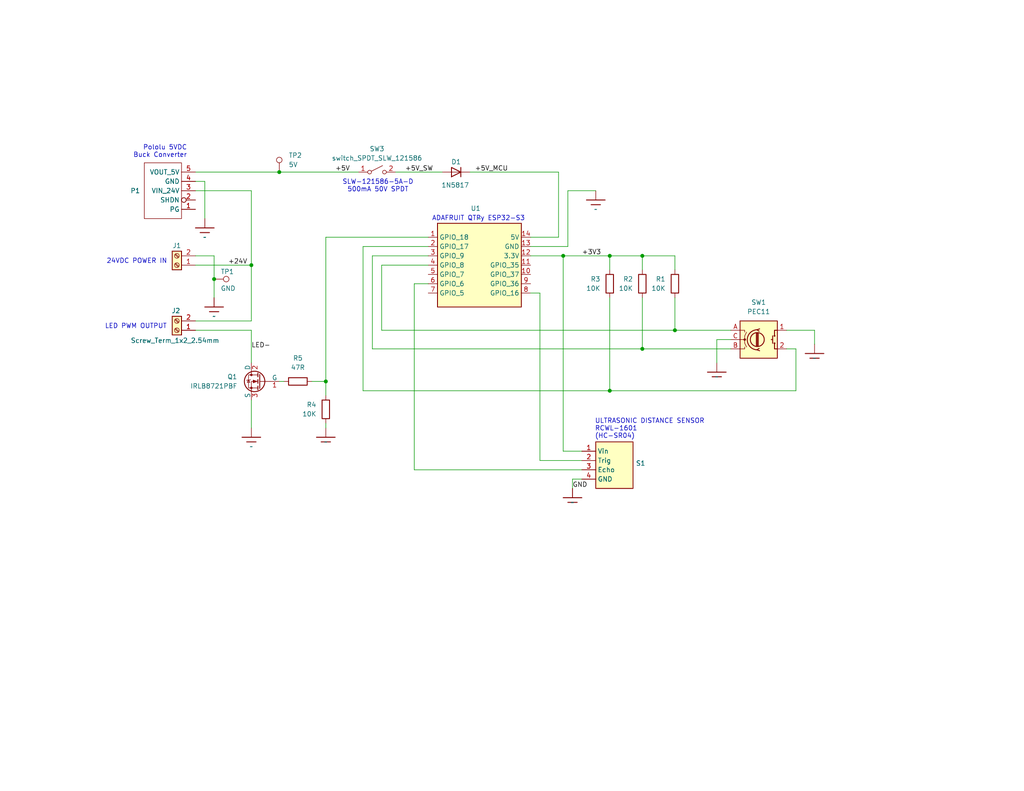
<source format=kicad_sch>
(kicad_sch (version 20231120) (generator "eeschema") (generator_version "8.0")
  (paper "A")
  (title_block (title "UNDERCABINET ULTRASONIC SENSOR") (date "2024-09-21"))
  (lib_symbols
    (symbol "Connector:TestPoint" (pin_numbers hide) (pin_names (offset 0.762) hide)
      (property "Reference" "TP" (at 0 6.858 0))
      (property "Value" "TestPoint" (at 0 5.08 0))
      (symbol "TestPoint_0_1"
        (circle (center 0 3.302) (radius 0.762))
      )
      (symbol "TestPoint_1_1"
        (pin passive line (at 0 0 90) (length 2.54) (name "1") (number "1"))
      )
    )
    (symbol "Device:D" (pin_numbers hide) (pin_names (offset 1.016) hide)
      (property "Reference" "D" (at 0 2.54 0))
      (property "Value" "D" (at 0 -2.54 0))
      (symbol "D_0_1"
        (polyline (pts (xy -1.27 1.27) (xy -1.27 -1.27)) (stroke (width 0.254)))
        (polyline (pts (xy 1.27 0) (xy -1.27 0)))
        (polyline (pts (xy 1.27 1.27) (xy 1.27 -1.27) (xy -1.27 0) (xy 1.27 1.27)) (stroke (width 0.254)))
      )
      (symbol "D_1_1"
        (pin passive line (at -3.81 0 0) (length 2.54) (name "K") (number "1"))
        (pin passive line (at 3.81 0 180) (length 2.54) (name "A") (number "2"))
      )
    )
    (symbol "Device:RotaryEncoder_Switch" (pin_names (offset 0.254) hide)
      (property "Reference" "SW1" (at 0 10.16 0))
      (property "Value" "RotaryEncoder_Switch" (at 0 7.62 0))
      (symbol "RotaryEncoder_Switch_0_1"
        (rectangle (start -5.08 5.08) (end 5.08 -5.08) (stroke (width 0.254)) (fill (type background)))
        (circle (center -3.81 0) (radius 0.254) (fill (type outline)))
        (circle (center -0.381 0) (radius 1.905) (stroke (width 0.254)))
        (arc (start -0.381 2.667) (mid -3.0988 -0.0635) (end -0.381 -2.794) (stroke (width 0.254)))
        (polyline (pts (xy -0.635 -1.778) (xy -0.635 1.778)) (stroke (width 0.254)))
        (polyline (pts (xy -0.381 -1.778) (xy -0.381 1.778)) (stroke (width 0.254)))
        (polyline (pts (xy -0.127 1.778) (xy -0.127 -1.778)) (stroke (width 0.254)))
        (polyline (pts (xy 3.81 0) (xy 3.429 0)) (stroke (width 0.254)))
        (polyline (pts (xy 3.81 1.016) (xy 3.81 -1.016)) (stroke (width 0.254)))
        (polyline (pts (xy -5.08 -2.54) (xy -3.81 -2.54) (xy -3.81 -2.032)))
        (polyline (pts (xy -5.08 2.54) (xy -3.81 2.54) (xy -3.81 2.032)))
        (polyline (pts (xy 0.254 -3.048) (xy -0.508 -2.794) (xy 0.127 -2.413)) (stroke (width 0.254)))
        (polyline (pts (xy 0.254 2.921) (xy -0.508 2.667) (xy 0.127 2.286)) (stroke (width 0.254)))
        (polyline (pts (xy 5.08 -2.54) (xy 4.318 -2.54) (xy 4.318 -1.016)) (stroke (width 0.254)))
        (polyline (pts (xy 5.08 2.54) (xy 4.318 2.54) (xy 4.318 1.016)) (stroke (width 0.254)))
        (polyline (pts (xy -5.08 0) (xy -3.81 0) (xy -3.81 -1.016) (xy -3.302 -2.032)))
        (polyline (pts (xy -4.318 0) (xy -3.81 0) (xy -3.81 1.016) (xy -3.302 2.032)))
        (circle (center 4.318 -1.016) (radius 0.127) (stroke (width 0.254)))
        (circle (center 4.318 1.016) (radius 0.127) (stroke (width 0.254)))
      )
      (symbol "RotaryEncoder_Switch_1_1"
        (pin passive line (at 7.62 2.54 180) (length 2.54) (name "S1") (number "1"))
        (pin passive line (at 7.62 -2.54 180) (length 2.54) (name "S2") (number "2"))
        (pin passive line (at -7.62 2.54 0) (length 2.54) (name "A") (number "A"))
        (pin passive line (at -7.62 -2.54 0) (length 2.54) (name "B") (number "B"))
        (pin passive line (at -7.62 0 0) (length 2.54) (name "C") (number "C"))
      )
    )
    (symbol "GND_1" (power)
      (property "Value" "~" (at 0 -1.27 0))
      (symbol "GND_1_1_0"
        (polyline (pts (xy -2.54 0) (xy 2.54 0)) (stroke (width 0.254)))
        (pin power_in line (at 0 2.54 270) (length 2.54) (name "GND") (number "1"))
      )
      (symbol "GND_1_1_1"
        (polyline (pts (xy -1.27 -1.27) (xy 1.27 -1.27)) (stroke (width 0.254)))
      )
    )
    (symbol "GND_2" (power)
      (property "Value" "~" (at 0 -1.27 0))
      (symbol "GND_2_1_0"
        (polyline (pts (xy -2.54 0) (xy 2.54 0)) (stroke (width 0.254)))
        (pin power_in line (at 0 2.54 270) (length 2.54) (name "GND") (number "1"))
      )
      (symbol "GND_2_1_1"
        (polyline (pts (xy -1.27 -1.27) (xy 1.27 -1.27)) (stroke (width 0.254)))
      )
    )
    (symbol "GND_3" (power)
      (property "Value" "~" (at 0 -1.27 0))
      (symbol "GND_3_1_0"
        (polyline (pts (xy -2.54 0) (xy 2.54 0)) (stroke (width 0.254)))
        (pin power_in line (at 0 2.54 270) (length 2.54) (name "GND") (number "1"))
      )
      (symbol "GND_3_1_1"
        (polyline (pts (xy -1.27 -1.27) (xy 1.27 -1.27)) (stroke (width 0.254)))
      )
    )
    (symbol "user:Adafruit_QTPy_Esp32S3"
      (property "Reference" "U" (at 0 12.7 0))
      (symbol "Adafruit_QTPy_Esp32S3_0_1"
        (rectangle (start -11.43 11.43) (end 11.43 -11.43) (stroke (width 0.254)) (fill (type background)))
      )
      (symbol "Adafruit_QTPy_Esp32S3_1_1"
        (pin bidirectional line (at -13.97 7.62 0) (length 2.54) (name "GPIO_18") (number "1"))
        (pin bidirectional line (at 13.97 -2.54 180) (length 2.54) (name "GPIO_37") (number "10"))
        (pin bidirectional line (at 13.97 0 180) (length 2.54) (name "GPIO_35") (number "11"))
        (pin power_in line (at 13.97 2.54 180) (length 2.54) (name "3.3V") (number "12"))
        (pin power_in line (at 13.97 5.08 180) (length 2.54) (name "GND") (number "13"))
        (pin power_in line (at 13.97 7.62 180) (length 2.54) (name "5V") (number "14"))
        (pin bidirectional line (at -13.97 5.08 0) (length 2.54) (name "GPIO_17") (number "2"))
        (pin bidirectional line (at -13.97 2.54 0) (length 2.54) (name "GPIO_9") (number "3"))
        (pin bidirectional line (at -13.97 0 0) (length 2.54) (name "GPIO_8") (number "4"))
        (pin bidirectional line (at -13.97 -2.54 0) (length 2.54) (name "GPIO_7") (number "5"))
        (pin bidirectional line (at -13.97 -5.08 0) (length 2.54) (name "GPIO_6") (number "6"))
        (pin bidirectional line (at -13.97 -7.62 0) (length 2.54) (name "GPIO_5") (number "7"))
        (pin bidirectional line (at 13.97 -7.62 180) (length 2.54) (name "GPIO_16") (number "8"))
        (pin bidirectional line (at 13.97 -5.08 180) (length 2.54) (name "GPIO_36") (number "9"))
      )
    )
    (symbol "user:GND" (power)
      (property "Value" "~" (at 0 -1.27 0))
      (symbol "GND_1_0"
        (polyline (pts (xy -2.54 0) (xy 2.54 0)) (stroke (width 0.254)))
        (pin power_in line (at 0 2.54 270) (length 2.54) (name "GND") (number "1"))
      )
      (symbol "GND_1_1"
        (polyline (pts (xy -1.27 -1.27) (xy 1.27 -1.27)) (stroke (width 0.254)))
      )
    )
    (symbol "user:IRLB8721PBF" (pin_names (offset 0))
      (property "Reference" "Q1" (at 6.35 1.2701 0))
      (property "Value" "IRLB8721PBF" (at 6.35 -1.2699 0))
      (symbol "IRLB8721PBF_0_1"
        (polyline (pts (xy 0.254 0) (xy -2.54 0)))
        (polyline (pts (xy 0.254 1.905) (xy 0.254 -1.905)) (stroke (width 0.254)))
        (polyline (pts (xy 0.762 -1.27) (xy 0.762 -2.286)) (stroke (width 0.254)))
        (polyline (pts (xy 0.762 0.508) (xy 0.762 -0.508)) (stroke (width 0.254)))
        (polyline (pts (xy 0.762 2.286) (xy 0.762 1.27)) (stroke (width 0.254)))
        (polyline (pts (xy 2.54 2.54) (xy 2.54 1.778)))
        (polyline (pts (xy 2.54 -2.54) (xy 2.54 0) (xy 0.762 0)))
        (polyline (pts (xy 0.762 -1.778) (xy 3.302 -1.778) (xy 3.302 1.778) (xy 0.762 1.778)))
        (polyline (pts (xy 1.016 0) (xy 2.032 0.381) (xy 2.032 -0.381) (xy 1.016 0)) (fill (type outline)))
        (polyline (pts (xy 2.794 0.508) (xy 2.921 0.381) (xy 3.683 0.381) (xy 3.81 0.254)))
        (polyline (pts (xy 3.302 0.381) (xy 2.921 -0.254) (xy 3.683 -0.254) (xy 3.302 0.381)))
        (circle (center 1.651 0) (radius 2.794) (stroke (width 0.254)))
        (circle (center 2.54 -1.778) (radius 0.254) (fill (type outline)))
        (circle (center 2.54 1.778) (radius 0.254) (fill (type outline)))
      )
      (symbol "IRLB8721PBF_1_1"
        (pin input line (at -5.08 0 0) (length 2.54) (name "G") (number "1"))
        (pin passive line (at 2.54 5.08 270) (length 2.54) (name "D") (number "2"))
        (pin passive line (at 2.54 -5.08 90) (length 2.54) (name "S") (number "3"))
      )
    )
    (symbol "user:Pololu_0J8557_24V"
      (property "Reference" "P1" (at -13.97 0 0))
      (symbol "Pololu_0J8557_24V_0_1"
        (rectangle (start -10.16 7.62) (end 0 -7.62))
      )
      (symbol "Pololu_0J8557_24V_1_1"
        (pin output line (at 3.81 -5.08 180) (length 3.81) (name "PG") (number "1"))
        (pin input inverted (at 3.81 -2.54 180) (length 3.81) (name "SHDN") (number "2"))
        (pin input line (at 3.81 0 180) (length 3.81) (name "VIN_24V") (number "3"))
        (pin output line (at 3.81 2.54 180) (length 3.81) (name "GND") (number "4"))
        (pin output line (at 3.81 5.08 180) (length 3.81) (name "VOUT_5V") (number "5"))
      )
    )
    (symbol "user:R" (pin_numbers hide) (pin_names (offset 0))
      (property "Reference" "R3" (at 2.54 1.2701 0))
      (property "Value" "10K" (at 2.54 -1.2699 0))
      (symbol "R_0_1"
        (rectangle (start -1.016 2.54) (end 1.016 -2.54) (stroke (width 0.254)))
      )
      (symbol "R_1_1"
        (pin passive line (at 0 3.81 270) (length 1.27) (name "~") (number "1"))
        (pin passive line (at 0 -3.81 90) (length 1.27) (name "~") (number "2"))
      )
    )
    (symbol "user:RCWL-1601"
      (property "Reference" "S1" (at 0.254 8.89 0))
      (property "Value" "RCWL-1601" (at 11.43 -1.27 0))
      (symbol "RCWL-1601_0_1"
        (rectangle (start 0 7.62) (end 10.16 -5.08) (stroke (width 0.254)) (fill (type background)))
      )
      (symbol "RCWL-1601_1_1"
        (pin input line (at -3.81 5.08 0) (length 3.81) (name "Vin") (number "1"))
        (pin input line (at -3.81 2.54 0) (length 3.81) (name "Trig") (number "2"))
        (pin output line (at -3.81 0 0) (length 3.81) (name "Echo") (number "3"))
        (pin input line (at -3.81 -2.54 0) (length 3.81) (name "GND") (number "4"))
      )
    )
    (symbol "user:Screw_Term_1x2_2.54mm" (pin_names (offset 1.016) hide)
      (property "Reference" "J1" (at -4.064 -2.54 0))
      (property "Value" "Screw_Term_1x2_2.54mm" (at 2.54 -1.27 0))
      (symbol "Screw_Term_1x2_2.54mm_1_1"
        (circle (center -5.08 0) (radius 0.635) (stroke (width 0.1524)))
        (circle (center -5.08 2.54) (radius 0.635) (stroke (width 0.1524)))
        (rectangle (start -3.81 -1.27) (end -6.35 3.81) (stroke (width 0.254)) (fill (type background)))
        (polyline (pts (xy -4.7244 -0.508) (xy -5.588 0.3302)) (stroke (width 0.1524)))
        (polyline (pts (xy -4.7244 2.032) (xy -5.588 2.8702)) (stroke (width 0.1524)))
        (polyline (pts (xy -4.5466 -0.3302) (xy -5.4102 0.508)) (stroke (width 0.1524)))
        (polyline (pts (xy -4.5466 2.2098) (xy -5.4102 3.048)) (stroke (width 0.1524)))
        (pin passive line (at 0 0 180) (length 3.81) (name "Pin_1") (number "1"))
        (pin passive line (at 0 2.54 180) (length 3.81) (name "Pin_2") (number "2"))
      )
    )
    (symbol "user:switch_SPDT_SLW_121586" (pin_names (offset 0) hide)
      (property "Reference" "SW2" (at 0 6.35 0))
      (property "Value" "switch_SPDT_SLW_121586" (at 0 3.81 0))
      (symbol "switch_SPDT_SLW_121586_0_0"
        (circle (center -2.032 0) (radius 0.508))
        (polyline (pts (xy -1.524 0.254) (xy 1.524 1.778)))
        (circle (center 2.032 0) (radius 0.508))
      )
      (symbol "switch_SPDT_SLW_121586_1_1"
        (pin passive line (at -5.08 0 0) (length 2.54) (name "") (number "1"))
        (pin passive line (at 5.08 0 180) (length 2.54) (name "") (number "2"))
      )
    )
  )
  (junction (at 76.2 46.99))
  (junction (at 166.37 106.68))
  (junction (at 175.26 95.25))
  (junction (at 166.37 69.85))
  (junction (at 184.15 90.17))
  (junction (at 68.58 72.39))
  (junction (at 153.67 69.85))
  (junction (at 175.26 69.85))
  (junction (at 88.9 104.14))
  (junction (at 58.42 76.2))
  (wire (pts (xy 58.42 69.85) (xy 58.42 76.2)))
  (wire (pts (xy 53.34 69.85) (xy 58.42 69.85)))
  (wire (pts (xy 147.32 125.73) (xy 158.75 125.73)))
  (wire (pts (xy 53.34 72.39) (xy 68.58 72.39)))
  (wire (pts (xy 104.14 72.39) (xy 104.14 90.17)))
  (wire (pts (xy 99.06 67.31) (xy 99.06 106.68)))
  (wire (pts (xy 128.27 46.99) (xy 152.4 46.99)))
  (wire (pts (xy 199.39 92.71) (xy 195.58 92.71)))
  (wire (pts (xy 217.17 95.25) (xy 217.17 106.68)))
  (wire (pts (xy 195.58 92.71) (xy 195.58 99.06)))
  (wire (pts (xy 76.2 46.99) (xy 97.79 46.99)))
  (wire (pts (xy 154.94 52.07) (xy 162.56 52.07)))
  (wire (pts (xy 101.6 95.25) (xy 175.26 95.25)))
  (wire (pts (xy 144.78 69.85) (xy 153.67 69.85)))
  (wire (pts (xy 77.47 104.14) (xy 76.2 104.14)))
  (wire (pts (xy 166.37 106.68) (xy 217.17 106.68)))
  (wire (pts (xy 104.14 90.17) (xy 184.15 90.17)))
  (wire (pts (xy 116.84 72.39) (xy 104.14 72.39)))
  (wire (pts (xy 68.58 109.22) (xy 68.58 116.84)))
  (wire (pts (xy 156.21 130.81) (xy 158.75 130.81)))
  (wire (pts (xy 88.9 64.77) (xy 88.9 104.14)))
  (wire (pts (xy 99.06 67.31) (xy 116.84 67.31)))
  (wire (pts (xy 107.95 46.99) (xy 120.65 46.99)))
  (wire (pts (xy 184.15 81.28) (xy 184.15 90.17)))
  (wire (pts (xy 55.88 49.53) (xy 55.88 59.69)))
  (wire (pts (xy 88.9 115.57) (xy 88.9 116.84)))
  (wire (pts (xy 166.37 69.85) (xy 175.26 69.85)))
  (wire (pts (xy 154.94 52.07) (xy 154.94 67.31)))
  (wire (pts (xy 222.25 90.17) (xy 222.25 93.98)))
  (wire (pts (xy 153.67 123.19) (xy 158.75 123.19)))
  (wire (pts (xy 85.09 104.14) (xy 88.9 104.14)))
  (wire (pts (xy 156.21 130.81) (xy 156.21 133.35)))
  (wire (pts (xy 152.4 64.77) (xy 144.78 64.77)))
  (wire (pts (xy 175.26 95.25) (xy 199.39 95.25)))
  (wire (pts (xy 222.25 90.17) (xy 214.63 90.17)))
  (wire (pts (xy 68.58 90.17) (xy 53.34 90.17)))
  (wire (pts (xy 166.37 81.28) (xy 166.37 106.68)))
  (wire (pts (xy 175.26 81.28) (xy 175.26 95.25)))
  (wire (pts (xy 88.9 64.77) (xy 116.84 64.77)))
  (wire (pts (xy 184.15 69.85) (xy 184.15 73.66)))
  (wire (pts (xy 184.15 90.17) (xy 199.39 90.17)))
  (wire (pts (xy 113.03 128.27) (xy 158.75 128.27)))
  (wire (pts (xy 152.4 46.99) (xy 152.4 64.77)))
  (wire (pts (xy 101.6 69.85) (xy 101.6 95.25)))
  (wire (pts (xy 68.58 90.17) (xy 68.58 99.06)))
  (wire (pts (xy 53.34 87.63) (xy 68.58 87.63)))
  (wire (pts (xy 55.88 49.53) (xy 53.34 49.53)))
  (wire (pts (xy 175.26 69.85) (xy 184.15 69.85)))
  (wire (pts (xy 147.32 125.73) (xy 147.32 80.01)))
  (wire (pts (xy 68.58 52.07) (xy 68.58 72.39)))
  (wire (pts (xy 147.32 80.01) (xy 144.78 80.01)))
  (wire (pts (xy 53.34 46.99) (xy 76.2 46.99)))
  (wire (pts (xy 68.58 72.39) (xy 68.58 87.63)))
  (wire (pts (xy 113.03 77.47) (xy 113.03 128.27)))
  (wire (pts (xy 88.9 104.14) (xy 88.9 107.95)))
  (wire (pts (xy 217.17 95.25) (xy 214.63 95.25)))
  (wire (pts (xy 153.67 69.85) (xy 153.67 123.19)))
  (wire (pts (xy 153.67 69.85) (xy 166.37 69.85)))
  (wire (pts (xy 53.34 52.07) (xy 68.58 52.07)))
  (wire (pts (xy 58.42 76.2) (xy 58.42 81.28)))
  (wire (pts (xy 116.84 69.85) (xy 101.6 69.85)))
  (wire (pts (xy 166.37 73.66) (xy 166.37 69.85)))
  (wire (pts (xy 99.06 106.68) (xy 166.37 106.68)))
  (wire (pts (xy 113.03 77.47) (xy 116.84 77.47)))
  (wire (pts (xy 175.26 69.85) (xy 175.26 73.66)))
  (wire (pts (xy 154.94 67.31) (xy 144.78 67.31)))
  (text "ULTRASONIC DISTANCE SENSOR\nRCWL-1601\n(HC-SR04)" (at 162.306 117.094 0) (effects (font (size 1.27 1.27)) (justify left)))
  (text "Pololu 5VDC\nBuck Converter" (at 51.054 41.402 0) (effects (font (size 1.27 1.27)) (justify right)))
  (text "SLW-121586-5A-D\n500mA 50V SPDT" (at 103.124 50.8 0) (effects (font (size 1.27 1.27))))
  (text "24VDC POWER IN" (at 37.338 71.374 0) (effects (font (size 1.27 1.27))))
  (text "LED PWM OUTPUT" (at 37.084 89.154 0) (effects (font (size 1.27 1.27))))
  (text "ADAFRUIT QTPy ESP32-S3" (at 130.556 59.69 0) (effects (font (size 1.27 1.27))))
  (label "+5V_MCU" (at 129.54 46.99 0))
  (label "+5V" (at 91.44 46.99 0))
  (label "+5V_SW" (at 110.49 46.99 0))
  (label "+3V3" (at 158.75 69.85 0))
  (label "+24V" (at 62.23 72.39 0))
  (label "GND" (at 156.21 133.35 0))
  (label "LED-" (at 68.58 95.25 0))
  (symbol (lib_id "user:GND") (at 55.88 62.23 0) (mirror y) (unit 1)
    (property "Reference" "#03" (effects (hide yes)))
    (property "Value" "~" (at 55.88 64.77 0) (effects (font (size 1.27 1.0795))))
    (property "Description" "GND" (effects (hide yes)))
  )
  (symbol (lib_id "user:GND") (at 162.56 54.61 0) (mirror y) (unit 1)
    (property "Reference" "#04" (effects (hide yes)))
    (property "Value" "~" (at 162.56 57.15 0) (effects (font (size 1.27 1.0795))))
    (property "Description" "GND" (effects (hide yes)))
  )
  (symbol (lib_id "Connector:TestPoint") (at 58.42 76.2 270) (unit 1)
    (property "Reference" "TP1" (at 60.198 74.168 90) (effects (justify left)))
    (property "Value" "GND" (at 60.198 78.74 90) (effects (justify left)))
    (property "Footprint" "TestPoint:TestPoint_Plated_Hole_D2.0mm" (effects (hide yes)))
    (property "Description" "test point" (effects (hide yes)))
  )
  (symbol (lib_id "user:GND") (at 58.42 83.82 0) (mirror y) (unit 1)
    (property "Reference" "#01" (effects (hide yes)))
    (property "Value" "~" (at 58.42 86.36 0) (effects (font (size 1.27 1.0795))))
    (property "Description" "GND" (effects (hide yes)))
  )
  (symbol (lib_id "Device:RotaryEncoder_Switch") (at 207.01 92.71 0) (unit 1)
    (property "Reference" "SW1" (at 207.01 82.55 0))
    (property "Value" "PEC11" (at 207.01 85.09 0))
    (property "Footprint" "user:Bourns-PEC11R" (effects (hide yes)))
    (property "Description" "Rotary encoder, quadrature, with switch" (effects (hide yes)))
  )
  (symbol (lib_name "GND_1") (lib_id "cablight-eagle-import:GND") (at 195.58 101.6 0) (mirror y) (unit 1)
    (property "Reference" "#0102" (effects (hide yes)))
    (property "Value" "~" (at 195.58 102.87 0) (effects (font (size 1.27 1.0795))))
    (property "Description" "GND" (effects (hide yes)))
  )
  (symbol (lib_id "user:R") (at 175.26 77.47 0) (mirror y) (unit 1)
    (property "Reference" "R2" (at 172.72 76.1999 0) (effects (justify left)))
    (property "Value" "10K" (at 172.72 78.7399 0) (effects (justify left)))
    (property "Footprint" "Resistor_THT:R_Axial_DIN0207_L6.3mm_D2.5mm_P10.16mm_Horizontal" (effects (hide yes)))
    (property "Description" "ResistorFromKit" (effects (hide yes)))
  )
  (symbol (lib_id "user:R") (at 184.15 77.47 0) (mirror y) (unit 1)
    (property "Reference" "R1" (at 181.61 76.1999 0) (effects (justify left)))
    (property "Value" "10K" (at 181.61 78.7399 0) (effects (justify left)))
    (property "Footprint" "Resistor_THT:R_Axial_DIN0207_L6.3mm_D2.5mm_P10.16mm_Horizontal" (effects (hide yes)))
    (property "Description" "ResistorFromKit" (effects (hide yes)))
  )
  (symbol (lib_id "user:switch_SPDT_SLW_121586") (at 102.87 46.99 0) (unit 1)
    (property "Reference" "SW3" (at 102.87 40.64 0))
    (property "Value" "switch_SPDT_SLW_121586" (at 102.87 43.18 0))
    (property "Footprint" "user:CUI_SPDT_500mA_3mm" (effects (hide yes)))
    (property "Description" "SPDT" (effects (hide yes)))
  )
  (symbol (lib_id "user:Adafruit_QTPy_Esp32S3") (at 130.81 72.39 0) (unit 1)
    (property "Reference" "U1" (at 129.794 56.896 0))
    (property "Value" "~" (at 130.81 59.69 0))
    (property "Footprint" "user:AdafruitQTPyEsp32S3" (effects (hide yes)))
  )
  (symbol (lib_id "user:Screw_Term_1x2_2.54mm") (at 53.34 72.39 0) (unit 1)
    (property "Reference" "J1" (at 48.26 67.056 0))
    (property "Value" "Screw_Term_1x2_2.54mm" (effects (hide yes)))
    (property "Footprint" "user:2xTermBlock_254mm" (effects (hide yes)))
    (property "Description" "Generic screw terminal, single row, 01x02, script generated (kicad-library-utils/schlib/autogen/connector/)" (effects (hide yes)))
  )
  (symbol (lib_name "GND_2") (lib_id "cablight-eagle-import:GND") (at 222.25 96.52 0) (mirror y) (unit 1)
    (property "Reference" "#0101" (effects (hide yes)))
    (property "Value" "~" (at 222.25 97.79 0) (effects (font (size 1.27 1.0795))))
    (property "Description" "GND" (effects (hide yes)))
  )
  (symbol (lib_id "Device:D") (at 124.46 46.99 180) (unit 1)
    (property "Reference" "D1" (at 124.46 44.196 0))
    (property "Value" "1N5817" (at 124.206 50.546 0))
    (property "Footprint" "Diode_THT:D_DO-41_SOD81_P2.54mm_Vertical_KathodeUp" (effects (hide yes)))
    (property "Description" "Diode" (effects (hide yes)))
    (property "Sim.Device" "D" (effects (hide yes)))
    (property "Sim.Pins" "1=K 2=A" (effects (hide yes)))
  )
  (symbol (lib_id "user:Screw_Term_1x2_2.54mm") (at 53.34 90.17 0) (unit 1)
    (property "Reference" "J2" (at 48.006 84.836 0))
    (property "Value" "Screw_Term_1x2_2.54mm" (at 47.752 92.964 0))
    (property "Footprint" "user:2xTermBlock_254mm" (effects (hide yes)))
    (property "Description" "Generic screw terminal, single row, 01x02, script generated (kicad-library-utils/schlib/autogen/connector/)" (effects (hide yes)))
  )
  (symbol (lib_name "GND_3") (lib_id "cablight-eagle-import:GND") (at 156.21 135.89 0) (unit 1)
    (property "Reference" "#0103" (effects (hide yes)))
    (property "Value" "~" (at 156.21 137.16 0) (effects (font (size 1.27 1.0795))))
    (property "Description" "GND" (effects (hide yes)))
  )
  (symbol (lib_name "GND_3") (lib_id "cablight-eagle-import:GND") (at 88.9 119.38 0) (mirror y) (unit 1)
    (property "Reference" "#0104" (effects (hide yes)))
    (property "Value" "~" (at 88.9 120.65 0) (effects (font (size 1.27 1.0795))))
    (property "Description" "GND" (effects (hide yes)))
  )
  (symbol (lib_id "user:Pololu_0J8557_24V") (at 49.53 52.07 0) (unit 1)
    (property "Reference" "P1" (at 35.56 52.07 0) (effects (justify left)))
    (property "Value" "Pololu D24V10F5" (effects (hide yes)))
    (property "Footprint" "user:Pololu_5V_H" (effects (hide yes)))
    (property "Description" "Step-Down Buck Voltage Regulator" (effects (hide yes)))
  )
  (symbol (lib_id "Connector:TestPoint") (at 76.2 46.99 0) (unit 1)
    (property "Reference" "TP2" (at 78.74 42.4179 0) (effects (justify left)))
    (property "Value" "5V" (at 78.74 44.9579 0) (effects (justify left)))
    (property "Footprint" "TestPoint:TestPoint_Plated_Hole_D2.0mm" (effects (hide yes)))
    (property "Description" "test point" (effects (hide yes)))
  )
  (symbol (lib_id "user:R") (at 166.37 77.47 0) (mirror y) (unit 1)
    (property "Reference" "R3" (at 163.83 76.1999 0) (effects (justify left)))
    (property "Value" "10K" (at 163.83 78.7399 0) (effects (justify left)))
    (property "Footprint" "Resistor_THT:R_Axial_DIN0207_L6.3mm_D2.5mm_P10.16mm_Horizontal" (effects (hide yes)))
    (property "Description" "ResistorFromKit" (effects (hide yes)))
  )
  (symbol (lib_id "user:R") (at 81.28 104.14 270) (mirror x) (unit 1)
    (property "Reference" "R5" (at 81.28 97.79 90))
    (property "Value" "47R" (at 81.28 100.33 90))
    (property "Footprint" "Resistor_THT:R_Axial_DIN0207_L6.3mm_D2.5mm_P10.16mm_Horizontal" (effects (hide yes)))
    (property "Description" "ResistorFromKit" (effects (hide yes)))
  )
  (symbol (lib_id "user:R") (at 88.9 111.76 0) (mirror y) (unit 1)
    (property "Reference" "R4" (at 86.36 110.4899 0) (effects (justify left)))
    (property "Value" "10K" (at 86.36 113.0299 0) (effects (justify left)))
    (property "Footprint" "Resistor_THT:R_Axial_DIN0207_L6.3mm_D2.5mm_P10.16mm_Horizontal" (effects (hide yes)))
    (property "Description" "ResistorFromKit" (effects (hide yes)))
  )
  (symbol (lib_id "user:GND") (at 68.58 119.38 0) (mirror y) (unit 1)
    (property "Reference" "#02" (effects (hide yes)))
    (property "Value" "~" (at 68.58 121.92 0) (effects (font (size 1.27 1.0795))))
    (property "Description" "GND" (effects (hide yes)))
  )
  (symbol (lib_id "user:RCWL-1601") (at 162.56 128.27 0) (unit 1)
    (property "Reference" "S1" (at 173.482 126.492 0) (effects (justify left)))
    (property "Value" "RCWL-1601" (effects (hide yes)))
    (property "Footprint" "user:RCWL-1601" (effects (hide yes)))
    (property "Description" "Ultrsonic Distance Sensor" (effects (hide yes)))
  )
  (symbol (lib_id "user:IRLB8721PBF") (at 71.12 104.14 0) (mirror y) (unit 1)
    (property "Reference" "Q1" (at 64.77 102.8699 0) (effects (justify left)))
    (property "Value" "IRLB8721PBF" (at 64.77 105.4099 0) (effects (justify left)))
    (property "Footprint" "user:TO-220F-3_H_Heatsink" (effects (hide yes)))
    (property "Datasheet" "http://www.infineon.com/dgdl/irlb8721pbf.pdf?fileId=5546d462533600a40153566056732591" (effects (hide yes)))
    (property "Description" "62A Id, 30V Vds, 8.7 mOhm Rds, N-Channel HEXFET Power MOSFET, TO-220" (effects (hide yes)))
  )
)
</source>
